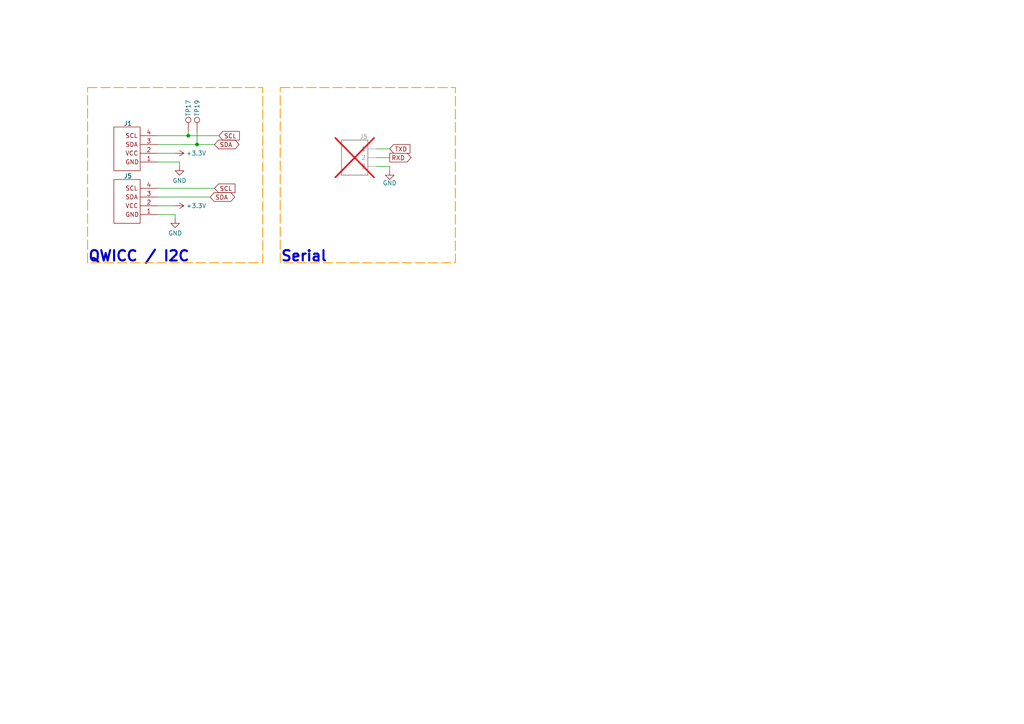
<source format=kicad_sch>
(kicad_sch (version 20250114) (generator "eeschema") (generator_version "9.0")
  (paper "A4")
  (title_block (title "Current Sensor") (date "<<release-date>>") (rev "<<tag>>") (comment 1 "<<hash>>"))
  (lib_symbols
    (symbol "CRGM Connector:JST-SH-3"
      (property "Reference" "J" (at 0 2.794 0))
      (symbol "JST-SH-3_1_0"
        (polyline (pts (xy 0 2.54) (xy 7.62 2.54)) (stroke (width 0.254)))
        (polyline (pts (xy 0 -7.62) (xy 0 2.54)) (stroke (width 0.254)))
        (polyline (pts (xy 7.62 2.54) (xy 7.62 -7.62)) (stroke (width 0.254)))
        (polyline (pts (xy 7.62 -7.62) (xy 0 -7.62)) (stroke (width 0.254)))
        (pin passive line (at -2.54 0 0) (length 2.54) (name "1") (number "1"))
        (pin passive line (at -2.54 -2.54 0) (length 2.54) (name "2") (number "2"))
        (pin passive line (at -2.54 -5.08 0) (length 2.54) (name "3") (number "3"))
      )
    )
    (symbol "CRGM Connector:QWIIC"
      (property "Reference" "J" (at 0 0.254 0))
      (symbol "QWIIC_0_1"
        (rectangle (start 0 0) (end 7.62 -12.7))
      )
      (symbol "QWIIC_1_0"
        (text "SCL" (at 3.302 -2.54 0) (effects (font (size 1.25 1.25)) (justify left)))
        (text "SDA" (at 3.302 -5.08 0) (effects (font (size 1.25 1.25)) (justify left)))
        (text "VCC" (at 3.302 -7.62 0) (effects (font (size 1.25 1.25)) (justify left)))
        (text "GND" (at 3.302 -10.16 0) (effects (font (size 1.25 1.25)) (justify left)))
        (pin passive line (at 12.7 -2.54 180) (length 5.08) (name "4") (number "4"))
        (pin passive line (at 12.7 -5.08 180) (length 5.08) (name "3") (number "3"))
        (pin power_in line (at 12.7 -7.62 180) (length 5.08) (name "2") (number "2"))
        (pin power_in line (at 12.7 -10.16 180) (length 5.08) (name "1") (number "1"))
      )
    )
    (symbol "CRGM Connector:TestPoint" (pin_numbers (hide yes)) (pin_names (offset 0.762) (hide yes))
      (property "Reference" "TP" (at 0 5.08 0))
      (symbol "TestPoint_0_1"
        (circle (center 0 3.302) (radius 0.762))
      )
      (symbol "TestPoint_1_1"
        (pin passive line (at 0 0 90) (length 2.54) (name "1") (number "1"))
      )
    )
    (symbol "power:+3.3V" (power) (pin_numbers (hide yes)) (pin_names (offset 0) (hide yes))
      (property "Value" "+3.3V" (at 0 3.556 0))
      (symbol "+3.3V_0_1"
        (polyline (pts (xy -0.762 1.27) (xy 0 2.54)))
        (polyline (pts (xy 0 2.54) (xy 0.762 1.27)))
        (polyline (pts (xy 0 0) (xy 0 2.54)))
      )
      (symbol "+3.3V_1_1"
        (pin power_in line (at 0 0 90) (length 0) (name "~") (number "1"))
      )
    )
    (symbol "power:GND" (power) (pin_numbers (hide yes)) (pin_names (offset 0) (hide yes))
      (property "Value" "GND" (at 0 -3.81 0))
      (symbol "GND_0_1"
        (polyline (pts (xy 0 0) (xy 0 -1.27) (xy 1.27 -1.27) (xy 0 -2.54) (xy -1.27 -1.27) (xy 0 -1.27)))
      )
      (symbol "GND_1_1"
        (pin power_in line (at 0 0 270) (length 0) (name "~") (number "1"))
      )
    )
  )
  (rectangle (start 81.28 25.4) (end 132.08 76.2) (stroke (width 0.254) (type dash) (color 255 153 0 1)))
  (rectangle (start 25.4 25.4) (end 76.2 76.2) (stroke (width 0.254) (type dash) (color 255 153 0 1)))
  (text "QWICC / I2C\n" (at 25.4 76.2 0) (effects (font (size 3 3) (thickness 0.6) (bold yes)) (justify left bottom)))
  (text "Serial" (at 81.28 76.2 0) (effects (font (size 3 3) (thickness 0.6) (bold yes)) (justify left bottom)))
  (junction (at 57.15 41.91))
  (junction (at 54.61 39.37))
  (wire (pts (xy 45.72 39.37) (xy 54.61 39.37)))
  (wire (pts (xy 45.72 44.45) (xy 50.8 44.45)))
  (wire (pts (xy 54.61 39.37) (xy 63.5 39.37)))
  (wire (pts (xy 45.72 59.69) (xy 50.8 59.69)))
  (wire (pts (xy 109.22 43.18) (xy 113.03 43.18)))
  (wire (pts (xy 45.72 54.61) (xy 62.23 54.61)))
  (wire (pts (xy 45.72 57.15) (xy 60.96 57.15)))
  (wire (pts (xy 57.15 41.91) (xy 62.23 41.91)))
  (wire (pts (xy 45.72 62.23) (xy 50.8 62.23)))
  (wire (pts (xy 52.07 46.99) (xy 52.07 48.26)))
  (wire (pts (xy 113.03 49.53) (xy 113.03 48.26)))
  (wire (pts (xy 109.22 45.72) (xy 113.03 45.72)))
  (wire (pts (xy 57.15 38.1) (xy 57.15 41.91)))
  (wire (pts (xy 45.72 41.91) (xy 57.15 41.91)))
  (wire (pts (xy 54.61 38.1) (xy 54.61 39.37)))
  (wire (pts (xy 50.8 62.23) (xy 50.8 63.5)))
  (wire (pts (xy 113.03 48.26) (xy 109.22 48.26)))
  (wire (pts (xy 45.72 46.99) (xy 52.07 46.99)))
  (global_label "SCL" (shape input) (at 63.5 39.37 0) (property "Intersheetrefs" "${INTERSHEET_REFS}" (at 69.9928 39.37 0) (effects (justify left))))
  (global_label "SCL" (shape input) (at 62.23 54.61 0) (property "Intersheetrefs" "${INTERSHEET_REFS}" (at 68.7228 54.61 0) (effects (justify left))))
  (global_label "SDA" (shape bidirectional) (at 62.23 41.91 0) (property "Intersheetrefs" "${INTERSHEET_REFS}" (at 69.8946 41.91 0) (effects (justify left))))
  (global_label "SDA" (shape bidirectional) (at 60.96 57.15 0) (property "Intersheetrefs" "${INTERSHEET_REFS}" (at 68.6246 57.15 0) (effects (justify left))))
  (global_label "TXD" (shape input) (at 113.03 43.18 0) (property "Intersheetrefs" "${INTERSHEET_REFS}" (at 119.4623 43.18 0) (effects (justify left))))
  (global_label "RXD" (shape output) (at 113.03 45.72 0) (property "Intersheetrefs" "${INTERSHEET_REFS}" (at 119.7647 45.72 0) (effects (justify left))))
  (symbol (lib_id "power:GND") (at 52.07 48.26 0) (unit 1)
    (property "Reference" "#PWR029" (effects (hide yes)))
    (property "Value" "GND" (at 52.07 52.3931 0))
    (property "Description" "Power symbol creates a global label with name \"GND\" , ground" (effects (hide yes)))
  )
  (symbol (lib_id "CRGM Connector:QWIIC") (at 33.02 52.07 0) (unit 1)
    (property "Reference" "J5" (at 37.084 51.054 0) (effects (font (thickness 0.2223))))
    (property "Footprint" "CRGM Connector:JST_SH_SM04B-SRSS-TB_1x04-1MP_P1.00mm_Horizontal" (effects (hide yes)))
    (property "Description" "I2C Qwiic Connector 1mm pitch JST" (effects (hide yes)))
    (property "MN" "JST" (effects (hide yes)))
    (property "MPN" "SM04B-SRSS-TBT(LF)(SN)" (effects (hide yes)))
    (property "Mouser" "306-SM04BSRSSTBTLFSN" (effects (hide yes)))
    (property "Digikey" "455-SM04B-SRSS-TBTR-ND" (effects (hide yes)))
    (property "LCSC" "C2763614" (effects (hide yes)))
  )
  (symbol (lib_id "power:GND") (at 113.03 49.53 0) (unit 1)
    (property "Reference" "#PWR0123" (effects (hide yes)))
    (property "Value" "GND" (at 113.03 53.086 0))
    (property "Description" "Power symbol creates a global label with name \"GND\" , ground" (effects (hide yes)))
    (instances (project "relay-module" (path "" (reference "#PWR023") (unit 1))) (project "" (path "" (reference "#PWR0123") (unit 1))))
  )
  (symbol (lib_id "CRGM Connector:QWIIC") (at 33.02 36.83 0) (unit 1)
    (property "Reference" "J1" (at 37.084 35.814 0) (effects (font (thickness 0.2223))))
    (property "Footprint" "CRGM Connector:JST_SH_SM04B-SRSS-TB_1x04-1MP_P1.00mm_Horizontal" (effects (hide yes)))
    (property "Description" "I2C Qwiic Connector 1mm pitch JST" (effects (hide yes)))
    (property "MN" "JST" (effects (hide yes)))
    (property "MPN" "SM04B-SRSS-TBT(LF)(SN)" (effects (hide yes)))
    (property "Mouser" "306-SM04BSRSSTBTLFSN" (effects (hide yes)))
    (property "Digikey" "455-SM04B-SRSS-TBTR-ND" (effects (hide yes)))
    (property "LCSC" "C2763614" (effects (hide yes)))
  )
  (symbol (lib_id "power:+3.3V") (at 50.8 44.45 270) (unit 1)
    (property "Reference" "#PWR05" (effects (hide yes)))
    (property "Value" "+3.3V" (at 56.896 44.45 90))
    (property "Description" "Power symbol creates a global label with name \"+3.3V\"" (effects (hide yes)))
  )
  (symbol (lib_id "CRGM Connector:TestPoint") (at 54.61 38.1 0) (unit 1)
    (property "Reference" "TP17" (at 54.61 33.782 90) (effects (justify left)))
    (property "Footprint" "CRGM Mechanical:TestPoint_Pad_D1.0mm" (effects (hide yes)))
    (property "Description" "Test Point D1.0mm" (effects (hide yes)))
  )
  (symbol (lib_id "power:+3.3V") (at 50.8 59.69 270) (unit 1)
    (property "Reference" "#PWR034" (effects (hide yes)))
    (property "Value" "+3.3V" (at 56.896 59.69 90))
    (property "Description" "Power symbol creates a global label with name \"+3.3V\"" (effects (hide yes)))
  )
  (symbol (lib_id "CRGM Connector:JST-SH-3") (at 106.68 43.18 0) (mirror y) (unit 1) (in_bom no) (dnp yes)
    (property "Reference" "J6" (at 106.68 40.386 0) (effects (font (thickness 0.1588)) (justify left bottom)))
    (property "Footprint" "CRGM Connector:JST_SH_BM03B-SRSS-TB_1x03-1MP_P1.00mm_Vertical" (effects (hide yes)))
    (property "Datasheet" "https://www.jst-mfg.com/product/pdf/eng/eSH.pdf" (effects (hide yes)))
    (property "Description" "JST SH 1.0mm 3 Position" (effects (hide yes)))
    (property "MN" "JST" (effects (hide yes)))
    (property "MPN" "BM04B-SRSS-TB" (effects (hide yes)))
    (property "Digikey" "455-BM04B-SRSS-TBTR-ND" (effects (hide yes)))
    (property "Mouser" "306-BM04BSRSSTBTLFSN" (effects (hide yes)))
    (property "LCSC" "C2919601" (effects (hide yes)))
    (instances (project "relay-module" (path "" (reference "J5") (unit 1))) (project "" (path "" (reference "J6") (unit 1))))
  )
  (symbol (lib_id "power:GND") (at 50.8 63.5 0) (unit 1)
    (property "Reference" "#PWR033" (effects (hide yes)))
    (property "Value" "GND" (at 50.8 67.6331 0))
    (property "Description" "Power symbol creates a global label with name \"GND\" , ground" (effects (hide yes)))
  )
  (symbol (lib_id "CRGM Connector:TestPoint") (at 57.15 38.1 0) (unit 1)
    (property "Reference" "TP19" (at 57.15 33.782 90) (effects (justify left)))
    (property "Footprint" "CRGM Mechanical:TestPoint_Pad_D1.0mm" (effects (hide yes)))
    (property "Description" "Test Point D1.0mm" (effects (hide yes)))
  )
)
</source>
